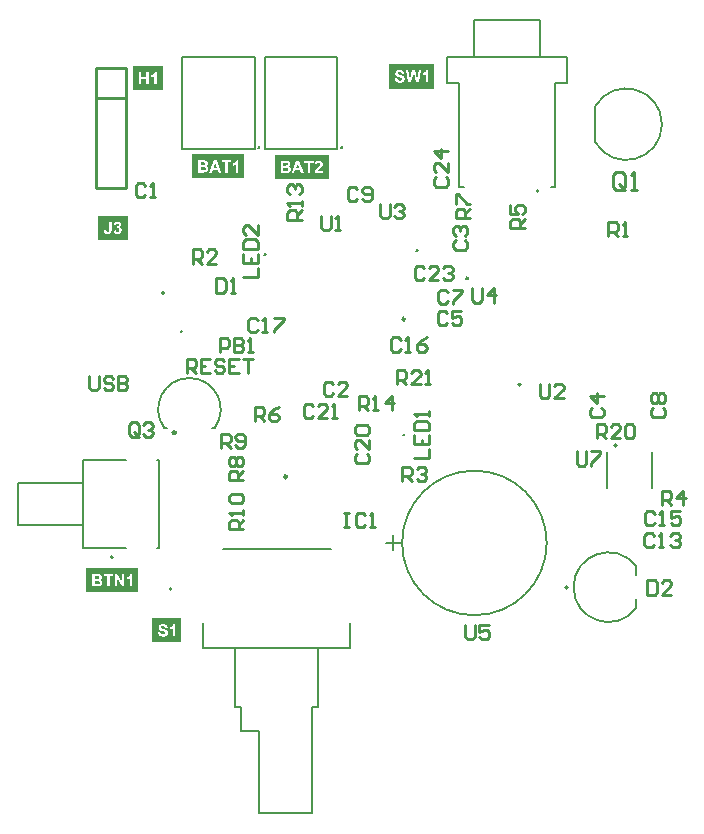
<source format=gto>
G04*
G04 #@! TF.GenerationSoftware,Altium Limited,Altium Designer,20.2.8 (258)*
G04*
G04 Layer_Color=65535*
%FSLAX44Y44*%
%MOMM*%
G71*
G04*
G04 #@! TF.SameCoordinates,AB2164AD-3A94-489E-A7C9-C1E693429951*
G04*
G04*
G04 #@! TF.FilePolarity,Positive*
G04*
G01*
G75*
%ADD10C,0.1270*%
%ADD11C,0.2000*%
%ADD12C,0.2540*%
%ADD13C,0.1524*%
%ADD14C,0.3000*%
G36*
X378456Y654847D02*
X353544D01*
Y675153D01*
X378456D01*
Y654847D01*
D02*
G37*
G36*
X608347Y656184D02*
X570153D01*
Y676816D01*
X608347D01*
Y656184D01*
D02*
G37*
G36*
X394338Y187184D02*
X369663D01*
Y207816D01*
X394338D01*
Y187184D01*
D02*
G37*
G36*
X358000Y229847D02*
X314000D01*
Y250153D01*
X358000D01*
Y229847D01*
D02*
G37*
G36*
X519057Y579847D02*
X473443D01*
Y600153D01*
X519057D01*
Y579847D01*
D02*
G37*
G36*
X447750Y580097D02*
X403750D01*
Y600403D01*
X447750D01*
Y580097D01*
D02*
G37*
G36*
X348811Y528059D02*
X323751D01*
Y548558D01*
X348811D01*
Y528059D01*
D02*
G37*
%LPC*%
G36*
X366733Y670094D02*
X364660D01*
Y666066D01*
X360617D01*
Y670094D01*
X358544D01*
Y659847D01*
X360617D01*
Y664334D01*
X364660D01*
Y659847D01*
X366733D01*
Y670094D01*
D02*
G37*
G36*
X373456Y670153D02*
X371857D01*
X371709Y669813D01*
X371516Y669502D01*
X371309Y669205D01*
X371101Y668969D01*
X370924Y668776D01*
X370761Y668628D01*
X370702Y668569D01*
X370657Y668524D01*
X370628Y668510D01*
X370613Y668495D01*
X370287Y668258D01*
X369976Y668051D01*
X369695Y667888D01*
X369443Y667769D01*
X369236Y667680D01*
X369087Y667606D01*
X369028Y667591D01*
X368984Y667577D01*
X368969Y667562D01*
X368954D01*
Y665785D01*
X369487Y665992D01*
X369961Y666214D01*
X370183Y666333D01*
X370391Y666466D01*
X370583Y666584D01*
X370761Y666703D01*
X370924Y666821D01*
X371072Y666925D01*
X371190Y667014D01*
X371294Y667103D01*
X371383Y667177D01*
X371442Y667221D01*
X371472Y667251D01*
X371487Y667266D01*
Y659847D01*
X373456D01*
Y670153D01*
D02*
G37*
G36*
X579447Y671816D02*
X579269D01*
X578840Y671801D01*
X578455Y671757D01*
X578114Y671698D01*
X577818Y671638D01*
X577685Y671594D01*
X577566Y671564D01*
X577477Y671535D01*
X577389Y671505D01*
X577329Y671476D01*
X577285Y671461D01*
X577255Y671446D01*
X577241D01*
X576944Y671298D01*
X576693Y671135D01*
X576471Y670957D01*
X576293Y670794D01*
X576145Y670646D01*
X576056Y670528D01*
X575982Y670439D01*
X575967Y670424D01*
Y670409D01*
X575819Y670158D01*
X575715Y669891D01*
X575641Y669639D01*
X575597Y669417D01*
X575567Y669225D01*
X575538Y669077D01*
Y669017D01*
Y668973D01*
Y668958D01*
Y668943D01*
X575552Y668721D01*
X575582Y668499D01*
X575626Y668307D01*
X575686Y668114D01*
X575834Y667759D01*
X576012Y667448D01*
X576086Y667315D01*
X576174Y667211D01*
X576249Y667107D01*
X576323Y667018D01*
X576382Y666959D01*
X576426Y666915D01*
X576456Y666885D01*
X576471Y666870D01*
X576604Y666767D01*
X576767Y666663D01*
X576930Y666559D01*
X577122Y666470D01*
X577492Y666293D01*
X577877Y666145D01*
X578070Y666085D01*
X578233Y666026D01*
X578396Y665982D01*
X578529Y665937D01*
X578633Y665908D01*
X578721Y665878D01*
X578781Y665863D01*
X578796D01*
X579032Y665804D01*
X579240Y665745D01*
X579432Y665700D01*
X579610Y665656D01*
X579758Y665611D01*
X579891Y665582D01*
X580010Y665537D01*
X580113Y665508D01*
X580202Y665493D01*
X580276Y665463D01*
X580380Y665434D01*
X580439Y665404D01*
X580454D01*
X580647Y665330D01*
X580795Y665256D01*
X580928Y665182D01*
X581031Y665108D01*
X581105Y665049D01*
X581150Y665004D01*
X581180Y664975D01*
X581194Y664960D01*
X581268Y664856D01*
X581328Y664753D01*
X581357Y664649D01*
X581387Y664560D01*
X581402Y664471D01*
X581417Y664397D01*
Y664353D01*
Y664338D01*
X581402Y664131D01*
X581343Y663953D01*
X581254Y663775D01*
X581165Y663627D01*
X581061Y663509D01*
X580987Y663420D01*
X580928Y663361D01*
X580898Y663346D01*
X580691Y663213D01*
X580454Y663109D01*
X580202Y663035D01*
X579965Y662990D01*
X579743Y662961D01*
X579566Y662931D01*
X579403D01*
X579062Y662946D01*
X578766Y663005D01*
X578514Y663079D01*
X578292Y663168D01*
X578114Y663257D01*
X577996Y663331D01*
X577922Y663390D01*
X577892Y663405D01*
X577700Y663612D01*
X577552Y663835D01*
X577418Y664086D01*
X577329Y664338D01*
X577255Y664560D01*
X577196Y664738D01*
X577181Y664797D01*
Y664856D01*
X577167Y664886D01*
Y664901D01*
X575153Y664708D01*
X575197Y664397D01*
X575256Y664101D01*
X575345Y663820D01*
X575419Y663568D01*
X575523Y663331D01*
X575626Y663109D01*
X575730Y662916D01*
X575834Y662739D01*
X575938Y662591D01*
X576041Y662457D01*
X576130Y662339D01*
X576219Y662235D01*
X576278Y662161D01*
X576337Y662117D01*
X576367Y662087D01*
X576382Y662072D01*
X576589Y661909D01*
X576811Y661776D01*
X577048Y661658D01*
X577300Y661554D01*
X577537Y661480D01*
X577789Y661406D01*
X578277Y661302D01*
X578499Y661258D01*
X578707Y661228D01*
X578884Y661214D01*
X579047Y661199D01*
X579180Y661184D01*
X579373D01*
X579847Y661199D01*
X580276Y661243D01*
X580661Y661302D01*
X580824Y661332D01*
X580987Y661376D01*
X581120Y661406D01*
X581239Y661436D01*
X581343Y661465D01*
X581431Y661495D01*
X581505Y661525D01*
X581550Y661539D01*
X581579Y661554D01*
X581594D01*
X581920Y661717D01*
X582187Y661895D01*
X582438Y662072D01*
X582631Y662265D01*
X582779Y662428D01*
X582897Y662576D01*
X582957Y662665D01*
X582986Y662680D01*
Y662694D01*
X583149Y662990D01*
X583282Y663272D01*
X583371Y663553D01*
X583430Y663820D01*
X583460Y664027D01*
X583475Y664131D01*
X583490Y664205D01*
Y664353D01*
X583475Y664708D01*
X583430Y665019D01*
X583356Y665301D01*
X583282Y665537D01*
X583208Y665730D01*
X583134Y665863D01*
X583090Y665952D01*
X583075Y665982D01*
X582912Y666219D01*
X582720Y666426D01*
X582527Y666604D01*
X582349Y666752D01*
X582187Y666870D01*
X582053Y666959D01*
X581964Y667018D01*
X581950Y667033D01*
X581935D01*
X581787Y667107D01*
X581639Y667181D01*
X581283Y667315D01*
X580913Y667433D01*
X580558Y667551D01*
X580395Y667596D01*
X580232Y667640D01*
X580084Y667685D01*
X579965Y667714D01*
X579862Y667744D01*
X579788Y667759D01*
X579728Y667774D01*
X579714D01*
X579447Y667848D01*
X579210Y667907D01*
X578988Y667966D01*
X578781Y668025D01*
X578618Y668084D01*
X578455Y668144D01*
X578322Y668203D01*
X578203Y668247D01*
X578100Y668292D01*
X578025Y668336D01*
X577951Y668366D01*
X577907Y668395D01*
X577833Y668440D01*
X577818Y668455D01*
X577715Y668558D01*
X577640Y668662D01*
X577596Y668766D01*
X577566Y668869D01*
X577537Y668943D01*
X577522Y669017D01*
Y669062D01*
Y669077D01*
X577537Y669225D01*
X577566Y669343D01*
X577626Y669462D01*
X577685Y669550D01*
X577744Y669624D01*
X577803Y669669D01*
X577833Y669699D01*
X577848Y669713D01*
X578055Y669847D01*
X578277Y669936D01*
X578514Y670010D01*
X578736Y670054D01*
X578929Y670084D01*
X579092Y670098D01*
X579240D01*
X579551Y670084D01*
X579817Y670039D01*
X580039Y669980D01*
X580217Y669921D01*
X580365Y669862D01*
X580469Y669802D01*
X580528Y669758D01*
X580543Y669743D01*
X580691Y669595D01*
X580824Y669417D01*
X580928Y669240D01*
X581002Y669047D01*
X581061Y668884D01*
X581091Y668751D01*
X581120Y668647D01*
Y668632D01*
Y668618D01*
X583194Y668692D01*
X583179Y668958D01*
X583134Y669195D01*
X583075Y669432D01*
X583001Y669639D01*
X582927Y669847D01*
X582838Y670039D01*
X582749Y670202D01*
X582660Y670365D01*
X582557Y670498D01*
X582468Y670617D01*
X582379Y670720D01*
X582305Y670809D01*
X582246Y670868D01*
X582201Y670913D01*
X582172Y670943D01*
X582157Y670957D01*
X581964Y671105D01*
X581757Y671239D01*
X581535Y671357D01*
X581298Y671461D01*
X581061Y671535D01*
X580824Y671609D01*
X580350Y671712D01*
X580128Y671742D01*
X579936Y671772D01*
X579743Y671786D01*
X579580Y671801D01*
X579447Y671816D01*
D02*
G37*
G36*
X597691Y671624D02*
X595603D01*
X594033Y664456D01*
X592256Y671624D01*
X589768D01*
X587902Y664575D01*
X586362Y671624D01*
X584245D01*
X586673Y661376D01*
X588924D01*
X590968Y669032D01*
X592982Y661376D01*
X595218D01*
X597691Y671624D01*
D02*
G37*
G36*
X603348Y671683D02*
X601748D01*
X601600Y671342D01*
X601408Y671031D01*
X601200Y670735D01*
X600993Y670498D01*
X600815Y670306D01*
X600652Y670158D01*
X600593Y670098D01*
X600549Y670054D01*
X600519Y670039D01*
X600504Y670024D01*
X600178Y669787D01*
X599868Y669580D01*
X599586Y669417D01*
X599334Y669299D01*
X599127Y669210D01*
X598979Y669136D01*
X598920Y669121D01*
X598875Y669106D01*
X598861Y669091D01*
X598846D01*
Y667315D01*
X599379Y667522D01*
X599853Y667744D01*
X600075Y667862D01*
X600282Y667996D01*
X600475Y668114D01*
X600652Y668233D01*
X600815Y668351D01*
X600963Y668455D01*
X601082Y668543D01*
X601185Y668632D01*
X601274Y668706D01*
X601334Y668751D01*
X601363Y668781D01*
X601378Y668795D01*
Y661376D01*
X603348D01*
Y671683D01*
D02*
G37*
G36*
X378957Y202816D02*
X378779D01*
X378350Y202801D01*
X377965Y202757D01*
X377624Y202698D01*
X377328Y202638D01*
X377195Y202594D01*
X377076Y202564D01*
X376987Y202535D01*
X376899Y202505D01*
X376839Y202475D01*
X376795Y202461D01*
X376765Y202446D01*
X376750D01*
X376454Y202298D01*
X376203Y202135D01*
X375980Y201957D01*
X375803Y201794D01*
X375655Y201646D01*
X375566Y201528D01*
X375492Y201439D01*
X375477Y201424D01*
Y201409D01*
X375329Y201158D01*
X375225Y200891D01*
X375151Y200639D01*
X375107Y200417D01*
X375077Y200225D01*
X375048Y200077D01*
Y200017D01*
Y199973D01*
Y199958D01*
Y199943D01*
X375062Y199721D01*
X375092Y199499D01*
X375136Y199307D01*
X375196Y199114D01*
X375344Y198759D01*
X375521Y198448D01*
X375596Y198314D01*
X375684Y198211D01*
X375758Y198107D01*
X375832Y198018D01*
X375892Y197959D01*
X375936Y197915D01*
X375966Y197885D01*
X375980Y197870D01*
X376114Y197766D01*
X376277Y197663D01*
X376440Y197559D01*
X376632Y197470D01*
X377002Y197293D01*
X377387Y197145D01*
X377580Y197085D01*
X377743Y197026D01*
X377906Y196982D01*
X378039Y196937D01*
X378143Y196908D01*
X378231Y196878D01*
X378291Y196863D01*
X378305D01*
X378542Y196804D01*
X378750Y196745D01*
X378942Y196700D01*
X379120Y196656D01*
X379268Y196611D01*
X379401Y196582D01*
X379520Y196537D01*
X379623Y196508D01*
X379712Y196493D01*
X379786Y196463D01*
X379890Y196434D01*
X379949Y196404D01*
X379964D01*
X380156Y196330D01*
X380304Y196256D01*
X380438Y196182D01*
X380541Y196108D01*
X380615Y196049D01*
X380660Y196004D01*
X380690Y195975D01*
X380704Y195960D01*
X380778Y195856D01*
X380838Y195753D01*
X380867Y195649D01*
X380897Y195560D01*
X380912Y195471D01*
X380926Y195397D01*
Y195353D01*
Y195338D01*
X380912Y195131D01*
X380852Y194953D01*
X380764Y194775D01*
X380675Y194627D01*
X380571Y194509D01*
X380497Y194420D01*
X380438Y194361D01*
X380408Y194346D01*
X380201Y194213D01*
X379964Y194109D01*
X379712Y194035D01*
X379475Y193990D01*
X379253Y193961D01*
X379075Y193931D01*
X378913D01*
X378572Y193946D01*
X378276Y194005D01*
X378024Y194079D01*
X377802Y194168D01*
X377624Y194257D01*
X377506Y194331D01*
X377432Y194390D01*
X377402Y194405D01*
X377210Y194612D01*
X377062Y194834D01*
X376928Y195086D01*
X376839Y195338D01*
X376765Y195560D01*
X376706Y195738D01*
X376691Y195797D01*
Y195856D01*
X376676Y195886D01*
Y195901D01*
X374663Y195708D01*
X374707Y195397D01*
X374766Y195101D01*
X374855Y194820D01*
X374929Y194568D01*
X375033Y194331D01*
X375136Y194109D01*
X375240Y193916D01*
X375344Y193739D01*
X375447Y193591D01*
X375551Y193457D01*
X375640Y193339D01*
X375729Y193235D01*
X375788Y193161D01*
X375847Y193117D01*
X375877Y193087D01*
X375892Y193072D01*
X376099Y192909D01*
X376321Y192776D01*
X376558Y192658D01*
X376810Y192554D01*
X377047Y192480D01*
X377298Y192406D01*
X377787Y192302D01*
X378009Y192258D01*
X378217Y192228D01*
X378394Y192213D01*
X378557Y192199D01*
X378690Y192184D01*
X378883D01*
X379357Y192199D01*
X379786Y192243D01*
X380171Y192302D01*
X380334Y192332D01*
X380497Y192376D01*
X380630Y192406D01*
X380749Y192436D01*
X380852Y192465D01*
X380941Y192495D01*
X381015Y192524D01*
X381060Y192539D01*
X381089Y192554D01*
X381104D01*
X381430Y192717D01*
X381696Y192895D01*
X381948Y193072D01*
X382141Y193265D01*
X382289Y193428D01*
X382407Y193576D01*
X382467Y193665D01*
X382496Y193680D01*
Y193694D01*
X382659Y193990D01*
X382792Y194272D01*
X382881Y194553D01*
X382940Y194820D01*
X382970Y195027D01*
X382985Y195131D01*
X383000Y195205D01*
Y195353D01*
X382985Y195708D01*
X382940Y196019D01*
X382866Y196301D01*
X382792Y196537D01*
X382718Y196730D01*
X382644Y196863D01*
X382600Y196952D01*
X382585Y196982D01*
X382422Y197219D01*
X382229Y197426D01*
X382037Y197604D01*
X381859Y197752D01*
X381696Y197870D01*
X381563Y197959D01*
X381474Y198018D01*
X381460Y198033D01*
X381445D01*
X381297Y198107D01*
X381148Y198181D01*
X380793Y198314D01*
X380423Y198433D01*
X380067Y198551D01*
X379905Y198596D01*
X379742Y198640D01*
X379594Y198685D01*
X379475Y198714D01*
X379372Y198744D01*
X379297Y198759D01*
X379238Y198773D01*
X379224D01*
X378957Y198848D01*
X378720Y198907D01*
X378498Y198966D01*
X378291Y199025D01*
X378128Y199084D01*
X377965Y199144D01*
X377831Y199203D01*
X377713Y199247D01*
X377609Y199292D01*
X377535Y199336D01*
X377461Y199366D01*
X377417Y199395D01*
X377343Y199440D01*
X377328Y199455D01*
X377224Y199558D01*
X377150Y199662D01*
X377106Y199766D01*
X377076Y199869D01*
X377047Y199943D01*
X377032Y200017D01*
Y200062D01*
Y200077D01*
X377047Y200225D01*
X377076Y200343D01*
X377136Y200462D01*
X377195Y200550D01*
X377254Y200625D01*
X377313Y200669D01*
X377343Y200699D01*
X377358Y200713D01*
X377565Y200847D01*
X377787Y200935D01*
X378024Y201010D01*
X378246Y201054D01*
X378439Y201084D01*
X378601Y201098D01*
X378750D01*
X379061Y201084D01*
X379327Y201039D01*
X379549Y200980D01*
X379727Y200921D01*
X379875Y200861D01*
X379979Y200802D01*
X380038Y200758D01*
X380053Y200743D01*
X380201Y200595D01*
X380334Y200417D01*
X380438Y200240D01*
X380512Y200047D01*
X380571Y199884D01*
X380601Y199751D01*
X380630Y199647D01*
Y199632D01*
Y199618D01*
X382703Y199692D01*
X382689Y199958D01*
X382644Y200195D01*
X382585Y200432D01*
X382511Y200639D01*
X382437Y200847D01*
X382348Y201039D01*
X382259Y201202D01*
X382170Y201365D01*
X382067Y201498D01*
X381978Y201617D01*
X381889Y201720D01*
X381815Y201809D01*
X381756Y201868D01*
X381711Y201913D01*
X381682Y201942D01*
X381667Y201957D01*
X381474Y202105D01*
X381267Y202239D01*
X381045Y202357D01*
X380808Y202461D01*
X380571Y202535D01*
X380334Y202609D01*
X379860Y202712D01*
X379638Y202742D01*
X379446Y202772D01*
X379253Y202787D01*
X379090Y202801D01*
X378957Y202816D01*
D02*
G37*
G36*
X389338Y202683D02*
X387738D01*
X387590Y202342D01*
X387398Y202031D01*
X387190Y201735D01*
X386983Y201498D01*
X386805Y201306D01*
X386642Y201158D01*
X386583Y201098D01*
X386539Y201054D01*
X386509Y201039D01*
X386494Y201024D01*
X386169Y200787D01*
X385858Y200580D01*
X385576Y200417D01*
X385325Y200299D01*
X385117Y200210D01*
X384969Y200136D01*
X384910Y200121D01*
X384865Y200106D01*
X384851Y200091D01*
X384836D01*
Y198314D01*
X385369Y198522D01*
X385843Y198744D01*
X386065Y198862D01*
X386272Y198996D01*
X386465Y199114D01*
X386642Y199233D01*
X386805Y199351D01*
X386953Y199455D01*
X387072Y199543D01*
X387175Y199632D01*
X387264Y199706D01*
X387324Y199751D01*
X387353Y199780D01*
X387368Y199795D01*
Y192376D01*
X389338D01*
Y202683D01*
D02*
G37*
G36*
X346232Y245094D02*
X344322D01*
Y238193D01*
X340087Y245094D01*
X338088D01*
Y234847D01*
X339998D01*
Y241599D01*
X344159Y234847D01*
X346232D01*
Y245094D01*
D02*
G37*
G36*
X353000Y245153D02*
X351400D01*
X351252Y244813D01*
X351060Y244502D01*
X350853Y244205D01*
X350645Y243969D01*
X350468Y243776D01*
X350305Y243628D01*
X350246Y243569D01*
X350201Y243524D01*
X350171Y243510D01*
X350157Y243495D01*
X349831Y243258D01*
X349520Y243050D01*
X349239Y242888D01*
X348987Y242769D01*
X348779Y242680D01*
X348631Y242606D01*
X348572Y242591D01*
X348528Y242577D01*
X348513Y242562D01*
X348498D01*
Y240785D01*
X349031Y240992D01*
X349505Y241214D01*
X349727Y241333D01*
X349935Y241466D01*
X350127Y241584D01*
X350305Y241703D01*
X350468Y241821D01*
X350616Y241925D01*
X350734Y242014D01*
X350838Y242103D01*
X350927Y242177D01*
X350986Y242221D01*
X351016Y242251D01*
X351030Y242266D01*
Y234847D01*
X353000D01*
Y245153D01*
D02*
G37*
G36*
X336740Y245094D02*
X328611D01*
Y243361D01*
X331646D01*
Y234847D01*
X333719D01*
Y243361D01*
X336740D01*
Y245094D01*
D02*
G37*
G36*
X323502D02*
X319000D01*
Y234847D01*
X323443D01*
X323694Y234862D01*
X324139D01*
X324316Y234876D01*
X324598D01*
X324701Y234891D01*
X324849D01*
X324909Y234906D01*
X324968D01*
X325264Y234950D01*
X325531Y235024D01*
X325768Y235098D01*
X325975Y235187D01*
X326138Y235261D01*
X326256Y235335D01*
X326330Y235380D01*
X326360Y235395D01*
X326567Y235557D01*
X326730Y235735D01*
X326893Y235898D01*
X327011Y236076D01*
X327115Y236224D01*
X327189Y236342D01*
X327234Y236416D01*
X327248Y236446D01*
X327352Y236698D01*
X327441Y236935D01*
X327500Y237172D01*
X327530Y237379D01*
X327559Y237557D01*
X327574Y237690D01*
Y237808D01*
X327559Y238134D01*
X327500Y238430D01*
X327411Y238682D01*
X327322Y238919D01*
X327234Y239097D01*
X327145Y239230D01*
X327085Y239319D01*
X327071Y239348D01*
X326863Y239585D01*
X326641Y239778D01*
X326390Y239941D01*
X326167Y240059D01*
X325960Y240163D01*
X325782Y240237D01*
X325723Y240252D01*
X325679Y240267D01*
X325649Y240281D01*
X325634D01*
X325871Y240415D01*
X326078Y240548D01*
X326256Y240711D01*
X326404Y240844D01*
X326508Y240977D01*
X326597Y241081D01*
X326656Y241155D01*
X326671Y241185D01*
X326804Y241422D01*
X326908Y241644D01*
X326967Y241866D01*
X327026Y242073D01*
X327056Y242251D01*
X327071Y242384D01*
Y242473D01*
Y242488D01*
Y242503D01*
X327056Y242740D01*
X327026Y242976D01*
X326967Y243169D01*
X326908Y243347D01*
X326848Y243495D01*
X326789Y243613D01*
X326760Y243672D01*
X326745Y243702D01*
X326626Y243895D01*
X326493Y244057D01*
X326360Y244205D01*
X326241Y244339D01*
X326123Y244428D01*
X326034Y244502D01*
X325975Y244546D01*
X325960Y244561D01*
X325782Y244679D01*
X325590Y244768D01*
X325412Y244842D01*
X325249Y244902D01*
X325101Y244946D01*
X324997Y244976D01*
X324924Y244990D01*
X324894D01*
X324642Y245020D01*
X324361Y245050D01*
X324065Y245064D01*
X323768Y245079D01*
X323502Y245094D01*
D02*
G37*
%LPD*%
G36*
X323295Y243376D02*
X323680D01*
X323768Y243361D01*
X323931D01*
X323991Y243347D01*
X324005D01*
X324183Y243317D01*
X324346Y243273D01*
X324479Y243213D01*
X324598Y243154D01*
X324672Y243095D01*
X324746Y243036D01*
X324775Y243006D01*
X324790Y242991D01*
X324879Y242873D01*
X324938Y242740D01*
X324997Y242621D01*
X325027Y242503D01*
X325042Y242384D01*
X325057Y242295D01*
Y242236D01*
Y242221D01*
X325042Y242043D01*
X325012Y241881D01*
X324953Y241747D01*
X324909Y241629D01*
X324849Y241525D01*
X324790Y241466D01*
X324761Y241422D01*
X324746Y241407D01*
X324627Y241303D01*
X324494Y241229D01*
X324361Y241170D01*
X324227Y241125D01*
X324094Y241081D01*
X324005Y241066D01*
X323946Y241051D01*
X323857D01*
X323768Y241037D01*
X323309D01*
X323058Y241022D01*
X321073D01*
Y243391D01*
X323132D01*
X323295Y243376D01*
D02*
G37*
G36*
X323428Y239304D02*
X323605Y239289D01*
X323783D01*
X323931Y239274D01*
X324065Y239260D01*
X324168Y239245D01*
X324272Y239230D01*
X324346Y239215D01*
X324464Y239200D01*
X324538Y239171D01*
X324553D01*
X324701Y239111D01*
X324835Y239037D01*
X324953Y238963D01*
X325042Y238875D01*
X325116Y238815D01*
X325160Y238756D01*
X325190Y238712D01*
X325205Y238697D01*
X325279Y238564D01*
X325338Y238430D01*
X325382Y238312D01*
X325412Y238179D01*
X325427Y238075D01*
X325442Y237986D01*
Y237927D01*
Y237912D01*
X325427Y237719D01*
X325397Y237542D01*
X325353Y237394D01*
X325294Y237275D01*
X325234Y237172D01*
X325190Y237098D01*
X325160Y237053D01*
X325146Y237038D01*
X325027Y236935D01*
X324909Y236846D01*
X324775Y236772D01*
X324657Y236713D01*
X324553Y236683D01*
X324464Y236653D01*
X324405Y236639D01*
X324390D01*
X324331Y236624D01*
X324242D01*
X324050Y236609D01*
X323813Y236594D01*
X323576D01*
X323354Y236579D01*
X321073D01*
Y239319D01*
X323220D01*
X323428Y239304D01*
D02*
G37*
%LPC*%
G36*
X510947Y595153D02*
X510799D01*
X510547Y595138D01*
X510310Y595124D01*
X509851Y595050D01*
X509466Y594931D01*
X509289Y594872D01*
X509126Y594798D01*
X508978Y594739D01*
X508859Y594665D01*
X508741Y594605D01*
X508652Y594561D01*
X508578Y594502D01*
X508533Y594472D01*
X508504Y594457D01*
X508489Y594442D01*
X508326Y594294D01*
X508178Y594146D01*
X508045Y593969D01*
X507926Y593776D01*
X507749Y593391D01*
X507601Y593021D01*
X507556Y592828D01*
X507512Y592665D01*
X507467Y592517D01*
X507452Y592384D01*
X507423Y592266D01*
Y592192D01*
X507408Y592132D01*
Y592118D01*
X509363Y591925D01*
X509392Y592221D01*
X509451Y592473D01*
X509511Y592695D01*
X509585Y592858D01*
X509644Y592991D01*
X509703Y593080D01*
X509748Y593139D01*
X509762Y593154D01*
X509911Y593273D01*
X510074Y593361D01*
X510236Y593436D01*
X510399Y593480D01*
X510532Y593509D01*
X510651Y593524D01*
X510755D01*
X510977Y593509D01*
X511169Y593465D01*
X511332Y593406D01*
X511480Y593347D01*
X511584Y593287D01*
X511673Y593228D01*
X511717Y593184D01*
X511732Y593169D01*
X511851Y593021D01*
X511939Y592858D01*
X511998Y592695D01*
X512043Y592532D01*
X512073Y592384D01*
X512087Y592251D01*
Y592177D01*
Y592162D01*
Y592147D01*
X512073Y591925D01*
X512028Y591718D01*
X511954Y591510D01*
X511880Y591333D01*
X511806Y591170D01*
X511732Y591051D01*
X511688Y590977D01*
X511673Y590948D01*
X511614Y590859D01*
X511525Y590755D01*
X511406Y590622D01*
X511288Y590504D01*
X511021Y590222D01*
X510755Y589941D01*
X510488Y589674D01*
X510370Y589556D01*
X510251Y589467D01*
X510162Y589378D01*
X510103Y589319D01*
X510059Y589274D01*
X510044Y589260D01*
X509748Y588978D01*
X509481Y588712D01*
X509229Y588460D01*
X509007Y588238D01*
X508800Y588016D01*
X508622Y587808D01*
X508459Y587631D01*
X508326Y587453D01*
X508208Y587305D01*
X508104Y587172D01*
X508015Y587068D01*
X507956Y586964D01*
X507897Y586905D01*
X507867Y586846D01*
X507837Y586816D01*
Y586801D01*
X507645Y586461D01*
X507497Y586105D01*
X507378Y585780D01*
X507290Y585484D01*
X507230Y585217D01*
X507215Y585113D01*
X507201Y585024D01*
X507186Y584950D01*
X507171Y584891D01*
Y584847D01*
X514057D01*
Y586668D01*
X510148D01*
X510266Y586861D01*
X510399Y587024D01*
X510458Y587098D01*
X510503Y587157D01*
X510532Y587186D01*
X510547Y587201D01*
X510607Y587261D01*
X510666Y587335D01*
X510844Y587497D01*
X511036Y587690D01*
X511228Y587882D01*
X511421Y588060D01*
X511584Y588208D01*
X511643Y588267D01*
X511688Y588312D01*
X511717Y588327D01*
X511732Y588341D01*
X512058Y588652D01*
X512324Y588904D01*
X512546Y589141D01*
X512724Y589319D01*
X512857Y589467D01*
X512946Y589571D01*
X513005Y589645D01*
X513020Y589659D01*
X513213Y589911D01*
X513376Y590148D01*
X513509Y590370D01*
X513613Y590563D01*
X513702Y590726D01*
X513761Y590859D01*
X513790Y590933D01*
X513805Y590962D01*
X513894Y591199D01*
X513953Y591436D01*
X513998Y591659D01*
X514027Y591866D01*
X514042Y592029D01*
X514057Y592162D01*
Y592281D01*
X514042Y592503D01*
X514012Y592725D01*
X513983Y592932D01*
X513924Y593125D01*
X513775Y593465D01*
X513627Y593761D01*
X513539Y593895D01*
X513465Y593998D01*
X513391Y594102D01*
X513316Y594176D01*
X513257Y594235D01*
X513228Y594294D01*
X513198Y594309D01*
X513183Y594324D01*
X513020Y594472D01*
X512828Y594605D01*
X512650Y594709D01*
X512443Y594798D01*
X512058Y594946D01*
X511673Y595050D01*
X511495Y595079D01*
X511332Y595109D01*
X511184Y595124D01*
X511051Y595138D01*
X510947Y595153D01*
D02*
G37*
G36*
X506520Y595094D02*
X498390D01*
Y593361D01*
X501426D01*
Y584847D01*
X503499D01*
Y593361D01*
X506520D01*
Y595094D01*
D02*
G37*
G36*
X493888D02*
X491697D01*
X487728Y584847D01*
X489920D01*
X490764Y587172D01*
X494880D01*
X495769Y584847D01*
X498005D01*
X493888Y595094D01*
D02*
G37*
G36*
X482945D02*
X478443D01*
Y584847D01*
X482886D01*
X483137Y584861D01*
X483582D01*
X483759Y584876D01*
X484041D01*
X484144Y584891D01*
X484292D01*
X484352Y584906D01*
X484411D01*
X484707Y584950D01*
X484974Y585024D01*
X485210Y585098D01*
X485418Y585187D01*
X485581Y585261D01*
X485699Y585335D01*
X485773Y585380D01*
X485803Y585395D01*
X486010Y585558D01*
X486173Y585735D01*
X486336Y585898D01*
X486454Y586076D01*
X486558Y586224D01*
X486632Y586342D01*
X486676Y586416D01*
X486691Y586446D01*
X486795Y586698D01*
X486884Y586935D01*
X486943Y587172D01*
X486973Y587379D01*
X487002Y587557D01*
X487017Y587690D01*
Y587808D01*
X487002Y588134D01*
X486943Y588430D01*
X486854Y588682D01*
X486765Y588919D01*
X486676Y589097D01*
X486588Y589230D01*
X486528Y589319D01*
X486514Y589348D01*
X486306Y589585D01*
X486084Y589778D01*
X485832Y589941D01*
X485610Y590059D01*
X485403Y590163D01*
X485225Y590237D01*
X485166Y590252D01*
X485122Y590266D01*
X485092Y590281D01*
X485077D01*
X485314Y590415D01*
X485522Y590548D01*
X485699Y590711D01*
X485847Y590844D01*
X485951Y590977D01*
X486040Y591081D01*
X486099Y591155D01*
X486114Y591185D01*
X486247Y591422D01*
X486351Y591644D01*
X486410Y591866D01*
X486469Y592073D01*
X486499Y592251D01*
X486514Y592384D01*
Y592473D01*
Y592488D01*
Y592503D01*
X486499Y592739D01*
X486469Y592976D01*
X486410Y593169D01*
X486351Y593347D01*
X486292Y593495D01*
X486232Y593613D01*
X486203Y593672D01*
X486188Y593702D01*
X486069Y593895D01*
X485936Y594057D01*
X485803Y594206D01*
X485684Y594339D01*
X485566Y594428D01*
X485477Y594502D01*
X485418Y594546D01*
X485403Y594561D01*
X485225Y594679D01*
X485033Y594768D01*
X484855Y594842D01*
X484692Y594902D01*
X484544Y594946D01*
X484440Y594976D01*
X484366Y594990D01*
X484337D01*
X484085Y595020D01*
X483804Y595050D01*
X483508Y595064D01*
X483211Y595079D01*
X482945Y595094D01*
D02*
G37*
%LPD*%
G36*
X494214Y588904D02*
X491385D01*
X492777Y592710D01*
X494214Y588904D01*
D02*
G37*
G36*
X482738Y593376D02*
X483123D01*
X483211Y593361D01*
X483374D01*
X483433Y593347D01*
X483448D01*
X483626Y593317D01*
X483789Y593273D01*
X483922Y593213D01*
X484041Y593154D01*
X484115Y593095D01*
X484189Y593036D01*
X484218Y593006D01*
X484233Y592991D01*
X484322Y592873D01*
X484381Y592739D01*
X484440Y592621D01*
X484470Y592503D01*
X484485Y592384D01*
X484500Y592295D01*
Y592236D01*
Y592221D01*
X484485Y592043D01*
X484455Y591881D01*
X484396Y591747D01*
X484352Y591629D01*
X484292Y591525D01*
X484233Y591466D01*
X484204Y591422D01*
X484189Y591407D01*
X484070Y591303D01*
X483937Y591229D01*
X483804Y591170D01*
X483671Y591125D01*
X483537Y591081D01*
X483448Y591066D01*
X483389Y591051D01*
X483300D01*
X483211Y591037D01*
X482752D01*
X482501Y591022D01*
X480516D01*
Y593391D01*
X482575D01*
X482738Y593376D01*
D02*
G37*
G36*
X482871Y589304D02*
X483049Y589289D01*
X483226D01*
X483374Y589274D01*
X483508Y589260D01*
X483611Y589245D01*
X483715Y589230D01*
X483789Y589215D01*
X483907Y589200D01*
X483981Y589171D01*
X483996D01*
X484144Y589112D01*
X484278Y589038D01*
X484396Y588963D01*
X484485Y588875D01*
X484559Y588815D01*
X484603Y588756D01*
X484633Y588712D01*
X484648Y588697D01*
X484722Y588564D01*
X484781Y588430D01*
X484826Y588312D01*
X484855Y588179D01*
X484870Y588075D01*
X484885Y587986D01*
Y587927D01*
Y587912D01*
X484870Y587719D01*
X484840Y587542D01*
X484796Y587394D01*
X484737Y587275D01*
X484677Y587172D01*
X484633Y587098D01*
X484603Y587053D01*
X484589Y587038D01*
X484470Y586935D01*
X484352Y586846D01*
X484218Y586772D01*
X484100Y586713D01*
X483996Y586683D01*
X483907Y586653D01*
X483848Y586638D01*
X483833D01*
X483774Y586624D01*
X483685D01*
X483493Y586609D01*
X483256Y586594D01*
X483019D01*
X482797Y586579D01*
X480516D01*
Y589319D01*
X482663D01*
X482871Y589304D01*
D02*
G37*
%LPC*%
G36*
X442750Y595403D02*
X441151D01*
X441002Y595063D01*
X440810Y594752D01*
X440603Y594455D01*
X440395Y594219D01*
X440218Y594026D01*
X440055Y593878D01*
X439995Y593819D01*
X439951Y593774D01*
X439921Y593759D01*
X439907Y593745D01*
X439581Y593508D01*
X439270Y593301D01*
X438988Y593138D01*
X438737Y593019D01*
X438530Y592930D01*
X438381Y592856D01*
X438322Y592841D01*
X438278Y592827D01*
X438263Y592812D01*
X438248D01*
Y591035D01*
X438781Y591242D01*
X439255Y591464D01*
X439477Y591583D01*
X439684Y591716D01*
X439877Y591834D01*
X440055Y591953D01*
X440218Y592071D01*
X440366Y592175D01*
X440484Y592264D01*
X440588Y592353D01*
X440677Y592427D01*
X440736Y592471D01*
X440765Y592501D01*
X440780Y592516D01*
Y585097D01*
X442750D01*
Y595403D01*
D02*
G37*
G36*
X436827Y595344D02*
X428697D01*
Y593611D01*
X431732D01*
Y585097D01*
X433806D01*
Y593611D01*
X436827D01*
Y595344D01*
D02*
G37*
G36*
X424195D02*
X422004D01*
X418035Y585097D01*
X420227D01*
X421071Y587422D01*
X425187D01*
X426076Y585097D01*
X428312D01*
X424195Y595344D01*
D02*
G37*
G36*
X413252D02*
X408750D01*
Y585097D01*
X413193D01*
X413444Y585112D01*
X413889D01*
X414066Y585126D01*
X414348D01*
X414451Y585141D01*
X414599D01*
X414659Y585156D01*
X414718D01*
X415014Y585200D01*
X415281Y585274D01*
X415518Y585349D01*
X415725Y585437D01*
X415888Y585511D01*
X416006Y585585D01*
X416080Y585630D01*
X416110Y585645D01*
X416317Y585807D01*
X416480Y585985D01*
X416643Y586148D01*
X416761Y586326D01*
X416865Y586474D01*
X416939Y586592D01*
X416983Y586666D01*
X416998Y586696D01*
X417102Y586948D01*
X417191Y587185D01*
X417250Y587422D01*
X417280Y587629D01*
X417309Y587807D01*
X417324Y587940D01*
Y588058D01*
X417309Y588384D01*
X417250Y588680D01*
X417161Y588932D01*
X417072Y589169D01*
X416983Y589347D01*
X416895Y589480D01*
X416836Y589569D01*
X416821Y589598D01*
X416613Y589835D01*
X416391Y590028D01*
X416139Y590191D01*
X415917Y590309D01*
X415710Y590413D01*
X415532Y590487D01*
X415473Y590502D01*
X415429Y590517D01*
X415399Y590531D01*
X415384D01*
X415621Y590665D01*
X415829Y590798D01*
X416006Y590961D01*
X416154Y591094D01*
X416258Y591227D01*
X416347Y591331D01*
X416406Y591405D01*
X416421Y591435D01*
X416554Y591672D01*
X416658Y591894D01*
X416717Y592116D01*
X416776Y592323D01*
X416806Y592501D01*
X416821Y592634D01*
Y592723D01*
Y592738D01*
Y592753D01*
X416806Y592990D01*
X416776Y593226D01*
X416717Y593419D01*
X416658Y593597D01*
X416599Y593745D01*
X416539Y593863D01*
X416510Y593922D01*
X416495Y593952D01*
X416376Y594145D01*
X416243Y594307D01*
X416110Y594455D01*
X415991Y594589D01*
X415873Y594678D01*
X415784Y594752D01*
X415725Y594796D01*
X415710Y594811D01*
X415532Y594929D01*
X415340Y595018D01*
X415162Y595092D01*
X414999Y595151D01*
X414851Y595196D01*
X414748Y595226D01*
X414674Y595240D01*
X414644D01*
X414392Y595270D01*
X414111Y595300D01*
X413815Y595314D01*
X413518Y595329D01*
X413252Y595344D01*
D02*
G37*
%LPD*%
G36*
X424521Y589154D02*
X421693D01*
X423084Y592960D01*
X424521Y589154D01*
D02*
G37*
G36*
X413045Y593626D02*
X413430D01*
X413518Y593611D01*
X413681D01*
X413741Y593597D01*
X413755D01*
X413933Y593567D01*
X414096Y593523D01*
X414229Y593463D01*
X414348Y593404D01*
X414422Y593345D01*
X414496Y593286D01*
X414525Y593256D01*
X414540Y593241D01*
X414629Y593123D01*
X414688Y592990D01*
X414748Y592871D01*
X414777Y592753D01*
X414792Y592634D01*
X414807Y592545D01*
Y592486D01*
Y592471D01*
X414792Y592294D01*
X414762Y592131D01*
X414703Y591997D01*
X414659Y591879D01*
X414599Y591775D01*
X414540Y591716D01*
X414511Y591672D01*
X414496Y591657D01*
X414377Y591553D01*
X414244Y591479D01*
X414111Y591420D01*
X413978Y591375D01*
X413844Y591331D01*
X413755Y591316D01*
X413696Y591301D01*
X413607D01*
X413518Y591287D01*
X413059D01*
X412808Y591272D01*
X410823D01*
Y593641D01*
X412882D01*
X413045Y593626D01*
D02*
G37*
G36*
X413178Y589554D02*
X413355Y589539D01*
X413533D01*
X413681Y589524D01*
X413815Y589510D01*
X413918Y589495D01*
X414022Y589480D01*
X414096Y589465D01*
X414214Y589450D01*
X414288Y589421D01*
X414303D01*
X414451Y589361D01*
X414585Y589287D01*
X414703Y589213D01*
X414792Y589125D01*
X414866Y589065D01*
X414910Y589006D01*
X414940Y588962D01*
X414955Y588947D01*
X415029Y588814D01*
X415088Y588680D01*
X415132Y588562D01*
X415162Y588429D01*
X415177Y588325D01*
X415192Y588236D01*
Y588177D01*
Y588162D01*
X415177Y587970D01*
X415147Y587792D01*
X415103Y587644D01*
X415044Y587525D01*
X414984Y587422D01*
X414940Y587348D01*
X414910Y587303D01*
X414896Y587288D01*
X414777Y587185D01*
X414659Y587096D01*
X414525Y587022D01*
X414407Y586963D01*
X414303Y586933D01*
X414214Y586903D01*
X414155Y586889D01*
X414140D01*
X414081Y586874D01*
X413992D01*
X413800Y586859D01*
X413563Y586844D01*
X413326D01*
X413104Y586829D01*
X410823D01*
Y589569D01*
X412971D01*
X413178Y589554D01*
D02*
G37*
%LPC*%
G36*
X335311Y543498D02*
X333238D01*
Y536849D01*
Y536627D01*
X333223Y536420D01*
X333208Y536242D01*
X333194Y536065D01*
X333164Y535916D01*
X333149Y535783D01*
X333120Y535665D01*
X333090Y535561D01*
X333031Y535398D01*
X332986Y535295D01*
X332957Y535220D01*
X332942Y535206D01*
X332823Y535073D01*
X332675Y534984D01*
X332512Y534910D01*
X332350Y534865D01*
X332216Y534836D01*
X332098Y534821D01*
X331979D01*
X331742Y534850D01*
X331535Y534910D01*
X331357Y534998D01*
X331224Y535102D01*
X331106Y535191D01*
X331032Y535280D01*
X330987Y535339D01*
X330972Y535369D01*
X330898Y535532D01*
X330839Y535709D01*
X330795Y535916D01*
X330765Y536124D01*
X330736Y536316D01*
Y536464D01*
X330721Y536524D01*
Y536568D01*
Y536598D01*
Y536613D01*
X328751Y536390D01*
X328766Y536094D01*
X328781Y535813D01*
X328825Y535546D01*
X328884Y535309D01*
X328944Y535087D01*
X329003Y534880D01*
X329077Y534702D01*
X329166Y534525D01*
X329240Y534391D01*
X329314Y534258D01*
X329373Y534154D01*
X329432Y534066D01*
X329492Y533992D01*
X329536Y533947D01*
X329551Y533917D01*
X329566Y533903D01*
X329729Y533755D01*
X329906Y533621D01*
X330084Y533518D01*
X330276Y533414D01*
X330469Y533340D01*
X330661Y533266D01*
X331046Y533162D01*
X331224Y533133D01*
X331387Y533103D01*
X331520Y533088D01*
X331654Y533073D01*
X331757Y533059D01*
X331905D01*
X332364Y533088D01*
X332779Y533147D01*
X333134Y533221D01*
X333283Y533281D01*
X333430Y533325D01*
X333549Y533369D01*
X333667Y533429D01*
X333756Y533473D01*
X333830Y533503D01*
X333904Y533547D01*
X333949Y533562D01*
X333964Y533592D01*
X333979D01*
X334260Y533814D01*
X334482Y534051D01*
X334674Y534288D01*
X334823Y534510D01*
X334941Y534717D01*
X335015Y534880D01*
X335045Y534939D01*
X335060Y534984D01*
X335074Y535013D01*
Y535028D01*
X335148Y535309D01*
X335207Y535635D01*
X335252Y535961D01*
X335282Y536272D01*
X335296Y536553D01*
X335311Y536687D01*
Y543498D01*
D02*
G37*
G36*
X340435Y543558D02*
X340302D01*
X339991Y543543D01*
X339709Y543513D01*
X339443Y543454D01*
X339221Y543395D01*
X339043Y543335D01*
X338895Y543276D01*
X338806Y543247D01*
X338791Y543232D01*
X338776D01*
X338539Y543098D01*
X338317Y542950D01*
X338140Y542802D01*
X337991Y542669D01*
X337873Y542536D01*
X337784Y542432D01*
X337725Y542373D01*
X337710Y542343D01*
X337577Y542121D01*
X337458Y541884D01*
X337369Y541632D01*
X337281Y541396D01*
X337221Y541173D01*
X337177Y541011D01*
X337162Y540937D01*
Y540892D01*
X337147Y540863D01*
Y540848D01*
X338954Y540551D01*
X338998Y540788D01*
X339058Y540996D01*
X339117Y541173D01*
X339191Y541307D01*
X339265Y541425D01*
X339324Y541514D01*
X339369Y541558D01*
X339383Y541573D01*
X339517Y541692D01*
X339665Y541781D01*
X339813Y541840D01*
X339946Y541884D01*
X340065Y541914D01*
X340154Y541929D01*
X340242D01*
X340420Y541914D01*
X340598Y541884D01*
X340731Y541825D01*
X340849Y541781D01*
X340953Y541721D01*
X341012Y541662D01*
X341057Y541632D01*
X341072Y541618D01*
X341175Y541499D01*
X341249Y541351D01*
X341309Y541218D01*
X341338Y541085D01*
X341368Y540966D01*
X341383Y540877D01*
Y540818D01*
Y540788D01*
X341368Y540566D01*
X341323Y540374D01*
X341249Y540211D01*
X341175Y540078D01*
X341086Y539959D01*
X341027Y539885D01*
X340968Y539826D01*
X340953Y539811D01*
X340775Y539693D01*
X340583Y539604D01*
X340376Y539544D01*
X340183Y539500D01*
X340005Y539485D01*
X339857Y539470D01*
X339724D01*
X339517Y537886D01*
X339709Y537930D01*
X339872Y537975D01*
X340035Y538004D01*
X340168Y538019D01*
X340272Y538034D01*
X340420D01*
X340627Y538019D01*
X340805Y537960D01*
X340968Y537901D01*
X341116Y537812D01*
X341220Y537738D01*
X341309Y537664D01*
X341368Y537605D01*
X341383Y537590D01*
X341516Y537412D01*
X341619Y537220D01*
X341693Y537027D01*
X341753Y536835D01*
X341782Y536657D01*
X341797Y536524D01*
Y536435D01*
Y536420D01*
Y536405D01*
X341782Y536124D01*
X341738Y535872D01*
X341664Y535650D01*
X341590Y535472D01*
X341501Y535339D01*
X341442Y535235D01*
X341383Y535161D01*
X341368Y535146D01*
X341205Y534998D01*
X341027Y534880D01*
X340864Y534806D01*
X340701Y534747D01*
X340553Y534717D01*
X340450Y534702D01*
X340376Y534687D01*
X340346D01*
X340139Y534702D01*
X339961Y534747D01*
X339798Y534806D01*
X339650Y534880D01*
X339546Y534939D01*
X339458Y534998D01*
X339398Y535043D01*
X339383Y535058D01*
X339250Y535220D01*
X339132Y535398D01*
X339058Y535591D01*
X338984Y535768D01*
X338939Y535931D01*
X338910Y536065D01*
X338895Y536153D01*
Y536168D01*
Y536183D01*
X336999Y535946D01*
X337029Y535709D01*
X337088Y535487D01*
X337221Y535073D01*
X337384Y534717D01*
X337488Y534569D01*
X337577Y534421D01*
X337666Y534288D01*
X337755Y534184D01*
X337829Y534080D01*
X337903Y534006D01*
X337962Y533947D01*
X338006Y533903D01*
X338036Y533873D01*
X338051Y533858D01*
X338228Y533725D01*
X338421Y533592D01*
X338599Y533488D01*
X338806Y533399D01*
X339191Y533251D01*
X339546Y533162D01*
X339724Y533133D01*
X339872Y533103D01*
X340005Y533088D01*
X340124Y533073D01*
X340228Y533059D01*
X340361D01*
X340627Y533073D01*
X340894Y533103D01*
X341131Y533147D01*
X341368Y533207D01*
X341575Y533281D01*
X341782Y533355D01*
X341975Y533444D01*
X342138Y533532D01*
X342286Y533621D01*
X342434Y533710D01*
X342538Y533784D01*
X342641Y533858D01*
X342715Y533917D01*
X342775Y533962D01*
X342804Y533992D01*
X342819Y534006D01*
X342997Y534184D01*
X343145Y534376D01*
X343278Y534569D01*
X343396Y534762D01*
X343485Y534969D01*
X343574Y535161D01*
X343693Y535517D01*
X343722Y535680D01*
X343752Y535843D01*
X343782Y535976D01*
X343796Y536094D01*
X343811Y536183D01*
Y536316D01*
X343782Y536657D01*
X343722Y536953D01*
X343648Y537234D01*
X343545Y537457D01*
X343441Y537649D01*
X343367Y537782D01*
X343308Y537871D01*
X343278Y537901D01*
X343071Y538123D01*
X342834Y538316D01*
X342597Y538464D01*
X342375Y538582D01*
X342182Y538671D01*
X342019Y538715D01*
X341960Y538745D01*
X341916D01*
X341886Y538760D01*
X341871D01*
X342138Y538923D01*
X342360Y539086D01*
X342552Y539263D01*
X342730Y539441D01*
X342878Y539619D01*
X342997Y539796D01*
X343086Y539974D01*
X343174Y540137D01*
X343234Y540300D01*
X343278Y540448D01*
X343308Y540581D01*
X343322Y540700D01*
X343337Y540788D01*
X343352Y540863D01*
Y540907D01*
Y540922D01*
X343337Y541099D01*
X343322Y541262D01*
X343234Y541588D01*
X343130Y541884D01*
X342997Y542136D01*
X342863Y542343D01*
X342745Y542491D01*
X342701Y542551D01*
X342656Y542595D01*
X342641Y542610D01*
X342626Y542625D01*
X342464Y542788D01*
X342271Y542936D01*
X342093Y543054D01*
X341901Y543158D01*
X341693Y543261D01*
X341501Y543335D01*
X341131Y543439D01*
X340968Y543484D01*
X340805Y543513D01*
X340672Y543528D01*
X340538Y543543D01*
X340435Y543558D01*
D02*
G37*
%LPD*%
D10*
X779460Y251754D02*
G03*
X779460Y216246I-23560J-17753D01*
G01*
X422690Y369070D02*
G03*
X379810Y369070I-21440J15577D01*
G01*
X779500Y216300D02*
Y224000D01*
Y244000D02*
Y251700D01*
X255670Y287000D02*
X311170D01*
X255670Y322000D02*
X311170D01*
X255670Y287000D02*
Y322000D01*
X311170D02*
Y341500D01*
Y287000D02*
Y322000D01*
Y267500D02*
Y287000D01*
X375670Y267500D02*
Y341500D01*
X311170D02*
X347720D01*
X373620D02*
X375670D01*
X311170Y267500D02*
X347720D01*
X373620D02*
X375670D01*
X505000Y132500D02*
X510000D01*
X440000D02*
X445000D01*
X460000Y42500D02*
X505000D01*
Y132500D01*
X460000Y42500D02*
Y112500D01*
X445000D02*
X460000D01*
X445000D02*
Y132500D01*
X510000D02*
Y182500D01*
X440000Y132500D02*
Y182500D01*
X412500D02*
X440000D01*
X510000D01*
X537500D01*
Y203500D01*
X429280Y266500D02*
X520720D01*
X412500Y182500D02*
Y204000D01*
X505000Y132500D02*
X510000D01*
X440000D02*
X445000D01*
X460000Y42500D02*
X505000D01*
Y132500D01*
X460000Y42500D02*
Y112500D01*
X445000D02*
X460000D01*
X445000D02*
Y132500D01*
X510000D02*
Y182500D01*
X440000Y132500D02*
Y182500D01*
X412500D02*
X440000D01*
X510000D01*
X537500D01*
Y203500D01*
X430280Y266500D02*
X519720D01*
X412500Y182500D02*
Y204000D01*
X429780Y266500D02*
X520220D01*
X793000Y317900D02*
Y348500D01*
X755000Y317900D02*
Y348500D01*
X721050Y660500D02*
Y683000D01*
X698250D02*
X721050D01*
X698250D02*
Y714000D01*
X642250D02*
X698250D01*
X642250Y683000D02*
Y714000D01*
X619450Y683000D02*
X642250D01*
X619450Y660500D02*
Y683000D01*
X642250D02*
X698250D01*
X619450Y660500D02*
X629600D01*
Y573000D02*
Y660500D01*
X710900D02*
X721050D01*
X710900Y573000D02*
Y660500D01*
X706960Y573000D02*
X710900D01*
X629600D02*
X633540D01*
X420310Y369070D02*
X422690D01*
X379810D02*
X382250D01*
D11*
X721832Y233800D02*
G03*
X721832Y233800I-1432J0D01*
G01*
X744919Y610675D02*
G03*
X744920Y641326I26081J15325D01*
G01*
X336500Y259500D02*
G03*
X336500Y259500I-1000J0D01*
G01*
X386420Y232500D02*
G03*
X386420Y232500I-1000J0D01*
G01*
X763000Y354000D02*
G03*
X763000Y354000I-1000J0D01*
G01*
X696750Y569500D02*
G03*
X696750Y569500I-1000J0D01*
G01*
X744920Y610675D02*
Y641326D01*
D12*
X594000Y519000D02*
G03*
X594000Y519000I-500J0D01*
G01*
X681377Y405390D02*
G03*
X681377Y405390I-707J0D01*
G01*
X483618Y327500D02*
G03*
X483618Y327500I-1118J0D01*
G01*
X583868Y460999D02*
G03*
X583868Y460999I-1118J0D01*
G01*
X636958Y495500D02*
G03*
X636958Y495500I-707J0D01*
G01*
X379458Y483250D02*
G03*
X379458Y483250I-707J0D01*
G01*
X394501Y450501D02*
G03*
X394501Y450501I-500J0D01*
G01*
X583000Y363000D02*
G03*
X583000Y363000I-500J0D01*
G01*
X465500Y515750D02*
G03*
X465500Y515750I-500J0D01*
G01*
X530226Y606500D02*
G03*
X530226Y606500I-500J0D01*
G01*
X460226D02*
G03*
X460226Y606500I-500J0D01*
G01*
X322300Y648400D02*
X347700D01*
X322300Y673800D02*
X335000D01*
X322300Y572200D02*
Y673800D01*
Y572200D02*
X347700D01*
Y673800D01*
X335000D02*
X347700D01*
X600003Y503999D02*
X598003Y505998D01*
X594005D01*
X592005Y503999D01*
Y496001D01*
X594005Y494002D01*
X598003D01*
X600003Y496001D01*
X611999Y494002D02*
X604001D01*
X611999Y501999D01*
Y503999D01*
X609999Y505998D01*
X606001D01*
X604001Y503999D01*
X615997D02*
X617997Y505998D01*
X621996D01*
X623995Y503999D01*
Y501999D01*
X621996Y500000D01*
X619996D01*
X621996D01*
X623995Y498001D01*
Y496001D01*
X621996Y494002D01*
X617997D01*
X615997Y496001D01*
X789003Y239748D02*
Y227752D01*
X795001D01*
X797001Y229751D01*
Y237749D01*
X795001Y239748D01*
X789003D01*
X808997Y227752D02*
X800999D01*
X808997Y235749D01*
Y237749D01*
X806997Y239748D01*
X802999D01*
X800999Y237749D01*
X580002Y443499D02*
X578003Y445498D01*
X574004D01*
X572005Y443499D01*
Y435501D01*
X574004Y433502D01*
X578003D01*
X580002Y435501D01*
X584001Y433502D02*
X588000D01*
X586000D01*
Y445498D01*
X584001Y443499D01*
X601995Y445498D02*
X597996Y443499D01*
X593998Y439500D01*
Y435501D01*
X595997Y433502D01*
X599996D01*
X601995Y435501D01*
Y437501D01*
X599996Y439500D01*
X593998D01*
X543501Y570999D02*
X541501Y572998D01*
X537503D01*
X535503Y570999D01*
Y563001D01*
X537503Y561002D01*
X541501D01*
X543501Y563001D01*
X547499D02*
X549499Y561002D01*
X553497D01*
X555497Y563001D01*
Y570999D01*
X553497Y572998D01*
X549499D01*
X547499Y570999D01*
Y568999D01*
X549499Y567000D01*
X555497D01*
X610251Y581253D02*
X608252Y579253D01*
Y575255D01*
X610251Y573255D01*
X618249D01*
X620248Y575255D01*
Y579253D01*
X618249Y581253D01*
X620248Y593249D02*
Y585251D01*
X612251Y593249D01*
X610251D01*
X608252Y591249D01*
Y587251D01*
X610251Y585251D01*
X620248Y603246D02*
X608252D01*
X614250Y597247D01*
Y605245D01*
X562753Y558248D02*
Y548251D01*
X564753Y546252D01*
X568751D01*
X570751Y548251D01*
Y558248D01*
X574749Y556249D02*
X576749Y558248D01*
X580747D01*
X582747Y556249D01*
Y554249D01*
X580747Y552250D01*
X578748D01*
X580747D01*
X582747Y550251D01*
Y548251D01*
X580747Y546252D01*
X576749D01*
X574749Y548251D01*
X426754Y432752D02*
Y444748D01*
X432753D01*
X434752Y442749D01*
Y438750D01*
X432753Y436751D01*
X426754D01*
X438751Y444748D02*
Y432752D01*
X444749D01*
X446748Y434751D01*
Y436751D01*
X444749Y438750D01*
X438751D01*
X444749D01*
X446748Y440749D01*
Y442749D01*
X444749Y444748D01*
X438751D01*
X450747Y432752D02*
X454745D01*
X452746D01*
Y444748D01*
X450747Y442749D01*
X316540Y412536D02*
Y402539D01*
X318539Y400540D01*
X322538D01*
X324537Y402539D01*
Y412536D01*
X336534Y410537D02*
X334534Y412536D01*
X330536D01*
X328536Y410537D01*
Y408537D01*
X330536Y406538D01*
X334534D01*
X336534Y404539D01*
Y402539D01*
X334534Y400540D01*
X330536D01*
X328536Y402539D01*
X340532Y412536D02*
Y400540D01*
X346530D01*
X348530Y402539D01*
Y404539D01*
X346530Y406538D01*
X340532D01*
X346530D01*
X348530Y408537D01*
Y410537D01*
X346530Y412536D01*
X340532D01*
X398790Y415540D02*
Y427536D01*
X404788D01*
X406787Y425537D01*
Y421538D01*
X404788Y419539D01*
X398790D01*
X402789D02*
X406787Y415540D01*
X418783Y427536D02*
X410786D01*
Y415540D01*
X418783D01*
X410786Y421538D02*
X414785D01*
X430780Y425537D02*
X428780Y427536D01*
X424782D01*
X422782Y425537D01*
Y423537D01*
X424782Y421538D01*
X428780D01*
X430780Y419539D01*
Y417539D01*
X428780Y415540D01*
X424782D01*
X422782Y417539D01*
X442776Y427536D02*
X434778D01*
Y415540D01*
X442776D01*
X434778Y421538D02*
X438777D01*
X446774Y427536D02*
X454772D01*
X450773D01*
Y415540D01*
X581503Y323752D02*
Y335748D01*
X587501D01*
X589501Y333749D01*
Y329750D01*
X587501Y327751D01*
X581503D01*
X585502D02*
X589501Y323752D01*
X593499Y333749D02*
X595499Y335748D01*
X599497D01*
X601497Y333749D01*
Y331749D01*
X599497Y329750D01*
X597498D01*
X599497D01*
X601497Y327751D01*
Y325751D01*
X599497Y323752D01*
X595499D01*
X593499Y325751D01*
X634753Y201748D02*
Y191751D01*
X636753Y189752D01*
X640751D01*
X642751Y191751D01*
Y201748D01*
X654747D02*
X646749D01*
Y195750D01*
X650748Y197749D01*
X652747D01*
X654747Y195750D01*
Y191751D01*
X652747Y189752D01*
X648749D01*
X646749Y191751D01*
X512753Y548498D02*
Y538501D01*
X514752Y536502D01*
X518751D01*
X520750Y538501D01*
Y548498D01*
X524749Y536502D02*
X528747D01*
X526748D01*
Y548498D01*
X524749Y546499D01*
X459002Y459999D02*
X457003Y461998D01*
X453004D01*
X451005Y459999D01*
Y452001D01*
X453004Y450002D01*
X457003D01*
X459002Y452001D01*
X463001Y450002D02*
X467000D01*
X465000D01*
Y461998D01*
X463001Y459999D01*
X472998Y461998D02*
X480995D01*
Y459999D01*
X472998Y452001D01*
Y450002D01*
X544755Y383752D02*
Y395748D01*
X550753D01*
X552752Y393749D01*
Y389750D01*
X550753Y387751D01*
X544755D01*
X548754D02*
X552752Y383752D01*
X556751D02*
X560750D01*
X558750D01*
Y395748D01*
X556751Y393749D01*
X572746Y383752D02*
Y395748D01*
X566748Y389750D01*
X574745D01*
X496248Y545005D02*
X484252D01*
Y551003D01*
X486251Y553002D01*
X490250D01*
X492249Y551003D01*
Y545005D01*
Y549003D02*
X496248Y553002D01*
Y557001D02*
Y561000D01*
Y559000D01*
X484252D01*
X486251Y557001D01*
Y566998D02*
X484252Y568997D01*
Y572996D01*
X486251Y574995D01*
X488251D01*
X490250Y572996D01*
Y570996D01*
Y572996D01*
X492249Y574995D01*
X494249D01*
X496248Y572996D01*
Y568997D01*
X494249Y566998D01*
X742001Y386001D02*
X740002Y384001D01*
Y380003D01*
X742001Y378003D01*
X749999D01*
X751998Y380003D01*
Y384001D01*
X749999Y386001D01*
X751998Y395997D02*
X740002D01*
X746000Y389999D01*
Y397997D01*
X620001Y483999D02*
X618001Y485998D01*
X614003D01*
X612003Y483999D01*
Y476001D01*
X614003Y474002D01*
X618001D01*
X620001Y476001D01*
X623999Y485998D02*
X631997D01*
Y483999D01*
X623999Y476001D01*
Y474002D01*
X619501Y465999D02*
X617501Y467998D01*
X613503D01*
X611503Y465999D01*
Y458001D01*
X613503Y456002D01*
X617501D01*
X619501Y458001D01*
X631497Y467998D02*
X623499D01*
Y462000D01*
X627498Y463999D01*
X629497D01*
X631497Y462000D01*
Y458001D01*
X629497Y456002D01*
X625499D01*
X623499Y458001D01*
X756003Y531002D02*
Y542998D01*
X762001D01*
X764000Y540999D01*
Y537000D01*
X762001Y535001D01*
X756003D01*
X760001D02*
X764000Y531002D01*
X767999D02*
X771997D01*
X769998D01*
Y542998D01*
X767999Y540999D01*
X446748Y324503D02*
X434752D01*
Y330501D01*
X436751Y332501D01*
X440750D01*
X442749Y330501D01*
Y324503D01*
Y328502D02*
X446748Y332501D01*
X436751Y336499D02*
X434752Y338499D01*
Y342497D01*
X436751Y344497D01*
X438751D01*
X440750Y342497D01*
X442749Y344497D01*
X444749D01*
X446748Y342497D01*
Y338499D01*
X444749Y336499D01*
X442749D01*
X440750Y338499D01*
X438751Y336499D01*
X436751D01*
X440750Y338499D02*
Y342497D01*
X456753Y374752D02*
Y386748D01*
X462751D01*
X464751Y384749D01*
Y380750D01*
X462751Y378751D01*
X456753D01*
X460752D02*
X464751Y374752D01*
X476747Y386748D02*
X472748Y384749D01*
X468749Y380750D01*
Y376751D01*
X470749Y374752D01*
X474747D01*
X476747Y376751D01*
Y378751D01*
X474747Y380750D01*
X468749D01*
X364000Y573999D02*
X362001Y575998D01*
X358002D01*
X356003Y573999D01*
Y566001D01*
X358002Y564002D01*
X362001D01*
X364000Y566001D01*
X367999Y564002D02*
X371997D01*
X369998D01*
Y575998D01*
X367999Y573999D01*
X424003Y495498D02*
Y483502D01*
X430001D01*
X432000Y485501D01*
Y493499D01*
X430001Y495498D01*
X424003D01*
X435999Y483502D02*
X439997D01*
X437998D01*
Y495498D01*
X435999Y493499D01*
X446998Y283005D02*
X435002D01*
Y289003D01*
X437001Y291002D01*
X441000D01*
X442999Y289003D01*
Y283005D01*
Y287004D02*
X446998Y291002D01*
Y295001D02*
Y299000D01*
Y297000D01*
X435002D01*
X437001Y295001D01*
Y304998D02*
X435002Y306997D01*
Y310996D01*
X437001Y312995D01*
X444999D01*
X446998Y310996D01*
Y306997D01*
X444999Y304998D01*
X437001D01*
X428003Y352002D02*
Y363998D01*
X434001D01*
X436001Y361999D01*
Y358000D01*
X434001Y356001D01*
X428003D01*
X432002D02*
X436001Y352002D01*
X439999Y354001D02*
X441999Y352002D01*
X445997D01*
X447997Y354001D01*
Y361999D01*
X445997Y363998D01*
X441999D01*
X439999Y361999D01*
Y359999D01*
X441999Y358000D01*
X447997D01*
X523001Y405999D02*
X521001Y407998D01*
X517003D01*
X515003Y405999D01*
Y398001D01*
X517003Y396002D01*
X521001D01*
X523001Y398001D01*
X534997Y396002D02*
X526999D01*
X534997Y403999D01*
Y405999D01*
X532997Y407998D01*
X528999D01*
X526999Y405999D01*
X684998Y537753D02*
X673002D01*
Y543751D01*
X675001Y545751D01*
X679000D01*
X680999Y543751D01*
Y537753D01*
Y541752D02*
X684998Y545751D01*
X673002Y557747D02*
Y549749D01*
X679000D01*
X677001Y553748D01*
Y555747D01*
X679000Y557747D01*
X682999D01*
X684998Y555747D01*
Y551749D01*
X682999Y549749D01*
X626501Y527751D02*
X624502Y525751D01*
Y521753D01*
X626501Y519753D01*
X634499D01*
X636498Y521753D01*
Y525751D01*
X634499Y527751D01*
X626501Y531749D02*
X624502Y533749D01*
Y537747D01*
X626501Y539747D01*
X628501D01*
X630500Y537747D01*
Y535748D01*
Y537747D01*
X632499Y539747D01*
X634499D01*
X636498Y537747D01*
Y533749D01*
X634499Y531749D01*
X404003Y508002D02*
Y519998D01*
X410001D01*
X412001Y517999D01*
Y514000D01*
X410001Y512001D01*
X404003D01*
X408002D02*
X412001Y508002D01*
X423997D02*
X415999D01*
X423997Y515999D01*
Y517999D01*
X421997Y519998D01*
X417999D01*
X415999Y517999D01*
X640753Y486998D02*
Y477001D01*
X642753Y475002D01*
X646751D01*
X648751Y477001D01*
Y486998D01*
X658747Y475002D02*
Y486998D01*
X652749Y481000D01*
X660747D01*
X506002Y386999D02*
X504003Y388998D01*
X500004D01*
X498004Y386999D01*
Y379001D01*
X500004Y377002D01*
X504003D01*
X506002Y379001D01*
X517998Y377002D02*
X510001D01*
X517998Y384999D01*
Y386999D01*
X515999Y388998D01*
X512000D01*
X510001Y386999D01*
X521997Y377002D02*
X525995D01*
X523996D01*
Y388998D01*
X521997Y386999D01*
X794001Y386001D02*
X792002Y384001D01*
Y380003D01*
X794001Y378003D01*
X801999D01*
X803998Y380003D01*
Y384001D01*
X801999Y386001D01*
X794001Y389999D02*
X792002Y391999D01*
Y395997D01*
X794001Y397997D01*
X796001D01*
X798000Y395997D01*
X799999Y397997D01*
X801999D01*
X803998Y395997D01*
Y391999D01*
X801999Y389999D01*
X799999D01*
X798000Y391999D01*
X796001Y389999D01*
X794001D01*
X798000Y391999D02*
Y395997D01*
X801253Y303752D02*
Y315748D01*
X807251D01*
X809251Y313749D01*
Y309750D01*
X807251Y307751D01*
X801253D01*
X805252D02*
X809251Y303752D01*
X819247D02*
Y315748D01*
X813249Y309750D01*
X821247D01*
X638498Y546503D02*
X626502D01*
Y552501D01*
X628501Y554501D01*
X632500D01*
X634499Y552501D01*
Y546503D01*
Y550502D02*
X638498Y554501D01*
X626502Y558499D02*
Y566497D01*
X628501D01*
X636499Y558499D01*
X638498D01*
X532004Y296998D02*
X536003D01*
X534004D01*
Y285002D01*
X532004D01*
X536003D01*
X549998Y294999D02*
X547999Y296998D01*
X544000D01*
X542001Y294999D01*
Y287001D01*
X544000Y285002D01*
X547999D01*
X549998Y287001D01*
X553997Y285002D02*
X557996D01*
X555997D01*
Y296998D01*
X553997Y294999D01*
X698003Y405998D02*
Y396001D01*
X700003Y394002D01*
X704001D01*
X706001Y396001D01*
Y405998D01*
X717997Y394002D02*
X709999D01*
X717997Y401999D01*
Y403999D01*
X715997Y405998D01*
X711999D01*
X709999Y403999D01*
X729003Y348998D02*
Y339001D01*
X731003Y337002D01*
X735001D01*
X737001Y339001D01*
Y348998D01*
X740999D02*
X748997D01*
Y346999D01*
X740999Y339001D01*
Y337002D01*
X577005Y405752D02*
Y417748D01*
X583003D01*
X585002Y415749D01*
Y411750D01*
X583003Y409751D01*
X577005D01*
X581003D02*
X585002Y405752D01*
X596998D02*
X589001D01*
X596998Y413749D01*
Y415749D01*
X594999Y417748D01*
X591000D01*
X589001Y415749D01*
X600997Y405752D02*
X604995D01*
X602996D01*
Y417748D01*
X600997Y415749D01*
X746005Y360002D02*
Y371998D01*
X752003D01*
X754003Y369999D01*
Y366000D01*
X752003Y364001D01*
X746005D01*
X750004D02*
X754003Y360002D01*
X765999D02*
X758001D01*
X765999Y367999D01*
Y369999D01*
X763999Y371998D01*
X760001D01*
X758001Y369999D01*
X769997D02*
X771997Y371998D01*
X775995D01*
X777995Y369999D01*
Y362001D01*
X775995Y360002D01*
X771997D01*
X769997Y362001D01*
Y369999D01*
X358251Y363501D02*
Y371499D01*
X356251Y373498D01*
X352253D01*
X350253Y371499D01*
Y363501D01*
X352253Y361502D01*
X356251D01*
X354252Y365501D02*
X358251Y361502D01*
X356251D02*
X358251Y363501D01*
X362249Y371499D02*
X364249Y373498D01*
X368247D01*
X370247Y371499D01*
Y369499D01*
X368247Y367500D01*
X366248D01*
X368247D01*
X370247Y365501D01*
Y363501D01*
X368247Y361502D01*
X364249D01*
X362249Y363501D01*
X770000Y572922D02*
Y583078D01*
X767461Y585617D01*
X762383D01*
X759843Y583078D01*
Y572922D01*
X762383Y570382D01*
X767461D01*
X764922Y575461D02*
X770000Y570382D01*
X767461D02*
X770000Y572922D01*
X775078Y570382D02*
X780157D01*
X777618D01*
Y585617D01*
X775078Y583078D01*
X447002Y496507D02*
X458998D01*
Y504505D01*
X447002Y516501D02*
Y508503D01*
X458998D01*
Y516501D01*
X453000Y508503D02*
Y512502D01*
X447002Y520499D02*
X458998D01*
Y526497D01*
X456999Y528497D01*
X449001D01*
X447002Y526497D01*
Y520499D01*
X458998Y540493D02*
Y532495D01*
X451001Y540493D01*
X449001D01*
X447002Y538493D01*
Y534495D01*
X449001Y532495D01*
X591752Y343007D02*
X603748D01*
Y351004D01*
X591752Y363000D02*
Y355003D01*
X603748D01*
Y363000D01*
X597750Y355003D02*
Y359001D01*
X591752Y366999D02*
X603748D01*
Y372997D01*
X601749Y374996D01*
X593751D01*
X591752Y372997D01*
Y366999D01*
X603748Y378995D02*
Y382994D01*
Y380994D01*
X591752D01*
X593751Y378995D01*
X543251Y347003D02*
X541252Y345003D01*
Y341005D01*
X543251Y339005D01*
X551249D01*
X553248Y341005D01*
Y345003D01*
X551249Y347003D01*
X553248Y358999D02*
Y351001D01*
X545251Y358999D01*
X543251D01*
X541252Y356999D01*
Y353001D01*
X543251Y351001D01*
Y362997D02*
X541252Y364997D01*
Y368996D01*
X543251Y370995D01*
X551249D01*
X553248Y368996D01*
Y364997D01*
X551249Y362997D01*
X543251D01*
X795002Y296249D02*
X793003Y298248D01*
X789004D01*
X787005Y296249D01*
Y288251D01*
X789004Y286252D01*
X793003D01*
X795002Y288251D01*
X799001Y286252D02*
X803000D01*
X801000D01*
Y298248D01*
X799001Y296249D01*
X816995Y298248D02*
X808998D01*
Y292250D01*
X812996Y294249D01*
X814996D01*
X816995Y292250D01*
Y288251D01*
X814996Y286252D01*
X810997D01*
X808998Y288251D01*
X794502Y277749D02*
X792503Y279748D01*
X788504D01*
X786505Y277749D01*
Y269751D01*
X788504Y267752D01*
X792503D01*
X794502Y269751D01*
X798501Y267752D02*
X802500D01*
X800500D01*
Y279748D01*
X798501Y277749D01*
X808498D02*
X810497Y279748D01*
X814496D01*
X816495Y277749D01*
Y275749D01*
X814496Y273750D01*
X812496D01*
X814496D01*
X816495Y271751D01*
Y269751D01*
X814496Y267752D01*
X810497D01*
X808498Y269751D01*
D13*
X703714Y271500D02*
G03*
X703714Y271500I-61214J0D01*
G01*
X573666Y265150D02*
Y277850D01*
X567316Y271500D02*
X580016D01*
X526460Y604730D02*
Y683216D01*
X464992Y604730D02*
X526460D01*
X464992D02*
Y683216D01*
X526460D01*
X456460Y604730D02*
Y683216D01*
X394992Y604730D02*
X456460D01*
X394992D02*
Y683216D01*
X456460D01*
D14*
X389250Y365000D02*
G03*
X389250Y365000I-1000J0D01*
G01*
M02*

</source>
